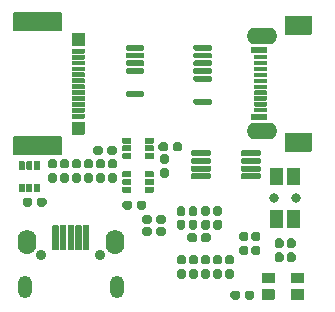
<source format=gts>
%TF.GenerationSoftware,KiCad,Pcbnew,(5.1.7)-1*%
%TF.CreationDate,2021-02-13T17:52:44+01:00*%
%TF.ProjectId,twonkie,74776f6e-6b69-4652-9e6b-696361645f70,rev?*%
%TF.SameCoordinates,PX448d510PY20b3950*%
%TF.FileFunction,Soldermask,Top*%
%TF.FilePolarity,Negative*%
%FSLAX46Y46*%
G04 Gerber Fmt 4.6, Leading zero omitted, Abs format (unit mm)*
G04 Created by KiCad (PCBNEW (5.1.7)-1) date 2021-02-13 17:52:44*
%MOMM*%
%LPD*%
G01*
G04 APERTURE LIST*
%ADD10O,2.601600X1.401600*%
%ADD11O,1.551600X2.101600*%
%ADD12O,1.251600X1.901600*%
%ADD13O,0.901600X0.901600*%
%ADD14C,0.801600*%
G04 APERTURE END LIST*
%TO.C,R27*%
G36*
G01*
X20886400Y-20881300D02*
X20515600Y-20881300D01*
G75*
G02*
X20330200Y-20695900I0J185400D01*
G01*
X20330200Y-20250100D01*
G75*
G02*
X20515600Y-20064700I185400J0D01*
G01*
X20886400Y-20064700D01*
G75*
G02*
X21071800Y-20250100I0J-185400D01*
G01*
X21071800Y-20695900D01*
G75*
G02*
X20886400Y-20881300I-185400J0D01*
G01*
G37*
G36*
G01*
X20886400Y-19686300D02*
X20515600Y-19686300D01*
G75*
G02*
X20330200Y-19500900I0J185400D01*
G01*
X20330200Y-19055100D01*
G75*
G02*
X20515600Y-18869700I185400J0D01*
G01*
X20886400Y-18869700D01*
G75*
G02*
X21071800Y-19055100I0J-185400D01*
G01*
X21071800Y-19500900D01*
G75*
G02*
X20886400Y-19686300I-185400J0D01*
G01*
G37*
%TD*%
%TO.C,J1*%
G36*
G01*
X21590000Y-8780800D02*
X20590000Y-8780800D01*
G75*
G02*
X20539200Y-8730000I0J50800D01*
G01*
X20539200Y-8470000D01*
G75*
G02*
X20590000Y-8419200I50800J0D01*
G01*
X21590000Y-8419200D01*
G75*
G02*
X21640800Y-8470000I0J-50800D01*
G01*
X21640800Y-8730000D01*
G75*
G02*
X21590000Y-8780800I-50800J0D01*
G01*
G37*
G36*
G01*
X21590000Y-8280800D02*
X20590000Y-8280800D01*
G75*
G02*
X20539200Y-8230000I0J50800D01*
G01*
X20539200Y-7970000D01*
G75*
G02*
X20590000Y-7919200I50800J0D01*
G01*
X21590000Y-7919200D01*
G75*
G02*
X21640800Y-7970000I0J-50800D01*
G01*
X21640800Y-8230000D01*
G75*
G02*
X21590000Y-8280800I-50800J0D01*
G01*
G37*
G36*
G01*
X21590000Y-7780800D02*
X20590000Y-7780800D01*
G75*
G02*
X20539200Y-7730000I0J50800D01*
G01*
X20539200Y-7470000D01*
G75*
G02*
X20590000Y-7419200I50800J0D01*
G01*
X21590000Y-7419200D01*
G75*
G02*
X21640800Y-7470000I0J-50800D01*
G01*
X21640800Y-7730000D01*
G75*
G02*
X21590000Y-7780800I-50800J0D01*
G01*
G37*
G36*
G01*
X21590000Y-7280800D02*
X20590000Y-7280800D01*
G75*
G02*
X20539200Y-7230000I0J50800D01*
G01*
X20539200Y-6970000D01*
G75*
G02*
X20590000Y-6919200I50800J0D01*
G01*
X21590000Y-6919200D01*
G75*
G02*
X21640800Y-6970000I0J-50800D01*
G01*
X21640800Y-7230000D01*
G75*
G02*
X21590000Y-7280800I-50800J0D01*
G01*
G37*
G36*
G01*
X21590000Y-6780800D02*
X20590000Y-6780800D01*
G75*
G02*
X20539200Y-6730000I0J50800D01*
G01*
X20539200Y-6470000D01*
G75*
G02*
X20590000Y-6419200I50800J0D01*
G01*
X21590000Y-6419200D01*
G75*
G02*
X21640800Y-6470000I0J-50800D01*
G01*
X21640800Y-6730000D01*
G75*
G02*
X21590000Y-6780800I-50800J0D01*
G01*
G37*
G36*
G01*
X21590000Y-6280800D02*
X20590000Y-6280800D01*
G75*
G02*
X20539200Y-6230000I0J50800D01*
G01*
X20539200Y-5970000D01*
G75*
G02*
X20590000Y-5919200I50800J0D01*
G01*
X21590000Y-5919200D01*
G75*
G02*
X21640800Y-5970000I0J-50800D01*
G01*
X21640800Y-6230000D01*
G75*
G02*
X21590000Y-6280800I-50800J0D01*
G01*
G37*
G36*
G01*
X21590000Y-5780800D02*
X20590000Y-5780800D01*
G75*
G02*
X20539200Y-5730000I0J50800D01*
G01*
X20539200Y-5470000D01*
G75*
G02*
X20590000Y-5419200I50800J0D01*
G01*
X21590000Y-5419200D01*
G75*
G02*
X21640800Y-5470000I0J-50800D01*
G01*
X21640800Y-5730000D01*
G75*
G02*
X21590000Y-5780800I-50800J0D01*
G01*
G37*
G36*
G01*
X21590000Y-5280800D02*
X20590000Y-5280800D01*
G75*
G02*
X20539200Y-5230000I0J50800D01*
G01*
X20539200Y-4970000D01*
G75*
G02*
X20590000Y-4919200I50800J0D01*
G01*
X21590000Y-4919200D01*
G75*
G02*
X21640800Y-4970000I0J-50800D01*
G01*
X21640800Y-5230000D01*
G75*
G02*
X21590000Y-5280800I-50800J0D01*
G01*
G37*
G36*
G01*
X21590000Y-4780800D02*
X20590000Y-4780800D01*
G75*
G02*
X20539200Y-4730000I0J50800D01*
G01*
X20539200Y-4470000D01*
G75*
G02*
X20590000Y-4419200I50800J0D01*
G01*
X21590000Y-4419200D01*
G75*
G02*
X21640800Y-4470000I0J-50800D01*
G01*
X21640800Y-4730000D01*
G75*
G02*
X21590000Y-4780800I-50800J0D01*
G01*
G37*
G36*
G01*
X21590000Y-4280800D02*
X20590000Y-4280800D01*
G75*
G02*
X20539200Y-4230000I0J50800D01*
G01*
X20539200Y-3970000D01*
G75*
G02*
X20590000Y-3919200I50800J0D01*
G01*
X21590000Y-3919200D01*
G75*
G02*
X21640800Y-3970000I0J-50800D01*
G01*
X21640800Y-4230000D01*
G75*
G02*
X21590000Y-4280800I-50800J0D01*
G01*
G37*
G36*
G01*
X21590000Y-9430800D02*
X20340000Y-9430800D01*
G75*
G02*
X20289200Y-9380000I0J50800D01*
G01*
X20289200Y-8970000D01*
G75*
G02*
X20340000Y-8919200I50800J0D01*
G01*
X21590000Y-8919200D01*
G75*
G02*
X21640800Y-8970000I0J-50800D01*
G01*
X21640800Y-9380000D01*
G75*
G02*
X21590000Y-9430800I-50800J0D01*
G01*
G37*
G36*
G01*
X21590000Y-3780800D02*
X20340000Y-3780800D01*
G75*
G02*
X20289200Y-3730000I0J50800D01*
G01*
X20289200Y-3320000D01*
G75*
G02*
X20340000Y-3269200I50800J0D01*
G01*
X21590000Y-3269200D01*
G75*
G02*
X21640800Y-3320000I0J-50800D01*
G01*
X21640800Y-3730000D01*
G75*
G02*
X21590000Y-3780800I-50800J0D01*
G01*
G37*
D10*
X21190000Y-10360000D03*
X21190000Y-2340000D03*
G36*
G01*
X25390000Y-12100800D02*
X23190000Y-12100800D01*
G75*
G02*
X23139200Y-12050000I0J50800D01*
G01*
X23139200Y-10550000D01*
G75*
G02*
X23190000Y-10499200I50800J0D01*
G01*
X25390000Y-10499200D01*
G75*
G02*
X25440800Y-10550000I0J-50800D01*
G01*
X25440800Y-12050000D01*
G75*
G02*
X25390000Y-12100800I-50800J0D01*
G01*
G37*
G36*
G01*
X25390000Y-2200800D02*
X23190000Y-2200800D01*
G75*
G02*
X23139200Y-2150000I0J50800D01*
G01*
X23139200Y-650000D01*
G75*
G02*
X23190000Y-599200I50800J0D01*
G01*
X25390000Y-599200D01*
G75*
G02*
X25440800Y-650000I0J-50800D01*
G01*
X25440800Y-2150000D01*
G75*
G02*
X25390000Y-2200800I-50800J0D01*
G01*
G37*
%TD*%
%TO.C,J3*%
G36*
G01*
X3453400Y-20390800D02*
X3453400Y-18390800D01*
G75*
G02*
X3504200Y-18340000I50800J0D01*
G01*
X3954200Y-18340000D01*
G75*
G02*
X4005000Y-18390800I0J-50800D01*
G01*
X4005000Y-20390800D01*
G75*
G02*
X3954200Y-20441600I-50800J0D01*
G01*
X3504200Y-20441600D01*
G75*
G02*
X3453400Y-20390800I0J50800D01*
G01*
G37*
G36*
G01*
X4103400Y-20390800D02*
X4103400Y-18390800D01*
G75*
G02*
X4154200Y-18340000I50800J0D01*
G01*
X4604200Y-18340000D01*
G75*
G02*
X4655000Y-18390800I0J-50800D01*
G01*
X4655000Y-20390800D01*
G75*
G02*
X4604200Y-20441600I-50800J0D01*
G01*
X4154200Y-20441600D01*
G75*
G02*
X4103400Y-20390800I0J50800D01*
G01*
G37*
G36*
G01*
X4753400Y-20390800D02*
X4753400Y-18390800D01*
G75*
G02*
X4804200Y-18340000I50800J0D01*
G01*
X5254200Y-18340000D01*
G75*
G02*
X5305000Y-18390800I0J-50800D01*
G01*
X5305000Y-20390800D01*
G75*
G02*
X5254200Y-20441600I-50800J0D01*
G01*
X4804200Y-20441600D01*
G75*
G02*
X4753400Y-20390800I0J50800D01*
G01*
G37*
G36*
G01*
X5403400Y-20390800D02*
X5403400Y-18390800D01*
G75*
G02*
X5454200Y-18340000I50800J0D01*
G01*
X5904200Y-18340000D01*
G75*
G02*
X5955000Y-18390800I0J-50800D01*
G01*
X5955000Y-20390800D01*
G75*
G02*
X5904200Y-20441600I-50800J0D01*
G01*
X5454200Y-20441600D01*
G75*
G02*
X5403400Y-20390800I0J50800D01*
G01*
G37*
G36*
G01*
X6053400Y-20390800D02*
X6053400Y-18390800D01*
G75*
G02*
X6104200Y-18340000I50800J0D01*
G01*
X6554200Y-18340000D01*
G75*
G02*
X6605000Y-18390800I0J-50800D01*
G01*
X6605000Y-20390800D01*
G75*
G02*
X6554200Y-20441600I-50800J0D01*
G01*
X6104200Y-20441600D01*
G75*
G02*
X6053400Y-20390800I0J50800D01*
G01*
G37*
D11*
X1304200Y-19790800D03*
X8754200Y-19790800D03*
D12*
X1154200Y-23590800D03*
X8904200Y-23590800D03*
D13*
X2529200Y-20840800D03*
X7529200Y-20840800D03*
%TD*%
%TO.C,R26*%
G36*
G01*
X11875800Y-17658100D02*
X11875800Y-18028900D01*
G75*
G02*
X11690400Y-18214300I-185400J0D01*
G01*
X11244600Y-18214300D01*
G75*
G02*
X11059200Y-18028900I0J185400D01*
G01*
X11059200Y-17658100D01*
G75*
G02*
X11244600Y-17472700I185400J0D01*
G01*
X11690400Y-17472700D01*
G75*
G02*
X11875800Y-17658100I0J-185400D01*
G01*
G37*
G36*
G01*
X13070800Y-17658100D02*
X13070800Y-18028900D01*
G75*
G02*
X12885400Y-18214300I-185400J0D01*
G01*
X12439600Y-18214300D01*
G75*
G02*
X12254200Y-18028900I0J185400D01*
G01*
X12254200Y-17658100D01*
G75*
G02*
X12439600Y-17472700I185400J0D01*
G01*
X12885400Y-17472700D01*
G75*
G02*
X13070800Y-17658100I0J-185400D01*
G01*
G37*
%TD*%
%TO.C,R25*%
G36*
G01*
X12254200Y-19044900D02*
X12254200Y-18674100D01*
G75*
G02*
X12439600Y-18488700I185400J0D01*
G01*
X12885400Y-18488700D01*
G75*
G02*
X13070800Y-18674100I0J-185400D01*
G01*
X13070800Y-19044900D01*
G75*
G02*
X12885400Y-19230300I-185400J0D01*
G01*
X12439600Y-19230300D01*
G75*
G02*
X12254200Y-19044900I0J185400D01*
G01*
G37*
G36*
G01*
X11059200Y-19044900D02*
X11059200Y-18674100D01*
G75*
G02*
X11244600Y-18488700I185400J0D01*
G01*
X11690400Y-18488700D01*
G75*
G02*
X11875800Y-18674100I0J-185400D01*
G01*
X11875800Y-19044900D01*
G75*
G02*
X11690400Y-19230300I-185400J0D01*
G01*
X11244600Y-19230300D01*
G75*
G02*
X11059200Y-19044900I0J185400D01*
G01*
G37*
%TD*%
%TO.C,R24*%
G36*
G01*
X23500100Y-20636200D02*
X23870900Y-20636200D01*
G75*
G02*
X24056300Y-20821600I0J-185400D01*
G01*
X24056300Y-21267400D01*
G75*
G02*
X23870900Y-21452800I-185400J0D01*
G01*
X23500100Y-21452800D01*
G75*
G02*
X23314700Y-21267400I0J185400D01*
G01*
X23314700Y-20821600D01*
G75*
G02*
X23500100Y-20636200I185400J0D01*
G01*
G37*
G36*
G01*
X23500100Y-19441200D02*
X23870900Y-19441200D01*
G75*
G02*
X24056300Y-19626600I0J-185400D01*
G01*
X24056300Y-20072400D01*
G75*
G02*
X23870900Y-20257800I-185400J0D01*
G01*
X23500100Y-20257800D01*
G75*
G02*
X23314700Y-20072400I0J185400D01*
G01*
X23314700Y-19626600D01*
G75*
G02*
X23500100Y-19441200I185400J0D01*
G01*
G37*
%TD*%
%TO.C,U2*%
G36*
G01*
X16985800Y-7737600D02*
X16985800Y-7988400D01*
G75*
G02*
X16860400Y-8113800I-125400J0D01*
G01*
X15534600Y-8113800D01*
G75*
G02*
X15409200Y-7988400I0J125400D01*
G01*
X15409200Y-7737600D01*
G75*
G02*
X15534600Y-7612200I125400J0D01*
G01*
X16860400Y-7612200D01*
G75*
G02*
X16985800Y-7737600I0J-125400D01*
G01*
G37*
G36*
G01*
X16985800Y-5787600D02*
X16985800Y-6038400D01*
G75*
G02*
X16860400Y-6163800I-125400J0D01*
G01*
X15534600Y-6163800D01*
G75*
G02*
X15409200Y-6038400I0J125400D01*
G01*
X15409200Y-5787600D01*
G75*
G02*
X15534600Y-5662200I125400J0D01*
G01*
X16860400Y-5662200D01*
G75*
G02*
X16985800Y-5787600I0J-125400D01*
G01*
G37*
G36*
G01*
X16985800Y-5137600D02*
X16985800Y-5388400D01*
G75*
G02*
X16860400Y-5513800I-125400J0D01*
G01*
X15534600Y-5513800D01*
G75*
G02*
X15409200Y-5388400I0J125400D01*
G01*
X15409200Y-5137600D01*
G75*
G02*
X15534600Y-5012200I125400J0D01*
G01*
X16860400Y-5012200D01*
G75*
G02*
X16985800Y-5137600I0J-125400D01*
G01*
G37*
G36*
G01*
X16985800Y-4487600D02*
X16985800Y-4738400D01*
G75*
G02*
X16860400Y-4863800I-125400J0D01*
G01*
X15534600Y-4863800D01*
G75*
G02*
X15409200Y-4738400I0J125400D01*
G01*
X15409200Y-4487600D01*
G75*
G02*
X15534600Y-4362200I125400J0D01*
G01*
X16860400Y-4362200D01*
G75*
G02*
X16985800Y-4487600I0J-125400D01*
G01*
G37*
G36*
G01*
X16985800Y-3837600D02*
X16985800Y-4088400D01*
G75*
G02*
X16860400Y-4213800I-125400J0D01*
G01*
X15534600Y-4213800D01*
G75*
G02*
X15409200Y-4088400I0J125400D01*
G01*
X15409200Y-3837600D01*
G75*
G02*
X15534600Y-3712200I125400J0D01*
G01*
X16860400Y-3712200D01*
G75*
G02*
X16985800Y-3837600I0J-125400D01*
G01*
G37*
G36*
G01*
X16985800Y-3187600D02*
X16985800Y-3438400D01*
G75*
G02*
X16860400Y-3563800I-125400J0D01*
G01*
X15534600Y-3563800D01*
G75*
G02*
X15409200Y-3438400I0J125400D01*
G01*
X15409200Y-3187600D01*
G75*
G02*
X15534600Y-3062200I125400J0D01*
G01*
X16860400Y-3062200D01*
G75*
G02*
X16985800Y-3187600I0J-125400D01*
G01*
G37*
G36*
G01*
X11260800Y-3187600D02*
X11260800Y-3438400D01*
G75*
G02*
X11135400Y-3563800I-125400J0D01*
G01*
X9809600Y-3563800D01*
G75*
G02*
X9684200Y-3438400I0J125400D01*
G01*
X9684200Y-3187600D01*
G75*
G02*
X9809600Y-3062200I125400J0D01*
G01*
X11135400Y-3062200D01*
G75*
G02*
X11260800Y-3187600I0J-125400D01*
G01*
G37*
G36*
G01*
X11260800Y-3837600D02*
X11260800Y-4088400D01*
G75*
G02*
X11135400Y-4213800I-125400J0D01*
G01*
X9809600Y-4213800D01*
G75*
G02*
X9684200Y-4088400I0J125400D01*
G01*
X9684200Y-3837600D01*
G75*
G02*
X9809600Y-3712200I125400J0D01*
G01*
X11135400Y-3712200D01*
G75*
G02*
X11260800Y-3837600I0J-125400D01*
G01*
G37*
G36*
G01*
X11260800Y-4487600D02*
X11260800Y-4738400D01*
G75*
G02*
X11135400Y-4863800I-125400J0D01*
G01*
X9809600Y-4863800D01*
G75*
G02*
X9684200Y-4738400I0J125400D01*
G01*
X9684200Y-4487600D01*
G75*
G02*
X9809600Y-4362200I125400J0D01*
G01*
X11135400Y-4362200D01*
G75*
G02*
X11260800Y-4487600I0J-125400D01*
G01*
G37*
G36*
G01*
X11260800Y-5137600D02*
X11260800Y-5388400D01*
G75*
G02*
X11135400Y-5513800I-125400J0D01*
G01*
X9809600Y-5513800D01*
G75*
G02*
X9684200Y-5388400I0J125400D01*
G01*
X9684200Y-5137600D01*
G75*
G02*
X9809600Y-5012200I125400J0D01*
G01*
X11135400Y-5012200D01*
G75*
G02*
X11260800Y-5137600I0J-125400D01*
G01*
G37*
G36*
G01*
X11260800Y-7087600D02*
X11260800Y-7338400D01*
G75*
G02*
X11135400Y-7463800I-125400J0D01*
G01*
X9809600Y-7463800D01*
G75*
G02*
X9684200Y-7338400I0J125400D01*
G01*
X9684200Y-7087600D01*
G75*
G02*
X9809600Y-6962200I125400J0D01*
G01*
X11135400Y-6962200D01*
G75*
G02*
X11260800Y-7087600I0J-125400D01*
G01*
G37*
%TD*%
%TO.C,J2*%
G36*
G01*
X215000Y-10799200D02*
X4215000Y-10799200D01*
G75*
G02*
X4265800Y-10850000I0J-50800D01*
G01*
X4265800Y-12350000D01*
G75*
G02*
X4215000Y-12400800I-50800J0D01*
G01*
X215000Y-12400800D01*
G75*
G02*
X164200Y-12350000I0J50800D01*
G01*
X164200Y-10850000D01*
G75*
G02*
X215000Y-10799200I50800J0D01*
G01*
G37*
G36*
G01*
X215000Y-299200D02*
X4215000Y-299200D01*
G75*
G02*
X4265800Y-350000I0J-50800D01*
G01*
X4265800Y-1850000D01*
G75*
G02*
X4215000Y-1900800I-50800J0D01*
G01*
X215000Y-1900800D01*
G75*
G02*
X164200Y-1850000I0J50800D01*
G01*
X164200Y-350000D01*
G75*
G02*
X215000Y-299200I50800J0D01*
G01*
G37*
G36*
G01*
X5175000Y-8899200D02*
X6175000Y-8899200D01*
G75*
G02*
X6225800Y-8950000I0J-50800D01*
G01*
X6225800Y-9250000D01*
G75*
G02*
X6175000Y-9300800I-50800J0D01*
G01*
X5175000Y-9300800D01*
G75*
G02*
X5124200Y-9250000I0J50800D01*
G01*
X5124200Y-8950000D01*
G75*
G02*
X5175000Y-8899200I50800J0D01*
G01*
G37*
G36*
G01*
X5175000Y-8399200D02*
X6175000Y-8399200D01*
G75*
G02*
X6225800Y-8450000I0J-50800D01*
G01*
X6225800Y-8750000D01*
G75*
G02*
X6175000Y-8800800I-50800J0D01*
G01*
X5175000Y-8800800D01*
G75*
G02*
X5124200Y-8750000I0J50800D01*
G01*
X5124200Y-8450000D01*
G75*
G02*
X5175000Y-8399200I50800J0D01*
G01*
G37*
G36*
G01*
X5175000Y-7899200D02*
X6175000Y-7899200D01*
G75*
G02*
X6225800Y-7950000I0J-50800D01*
G01*
X6225800Y-8250000D01*
G75*
G02*
X6175000Y-8300800I-50800J0D01*
G01*
X5175000Y-8300800D01*
G75*
G02*
X5124200Y-8250000I0J50800D01*
G01*
X5124200Y-7950000D01*
G75*
G02*
X5175000Y-7899200I50800J0D01*
G01*
G37*
G36*
G01*
X5175000Y-7399200D02*
X6175000Y-7399200D01*
G75*
G02*
X6225800Y-7450000I0J-50800D01*
G01*
X6225800Y-7750000D01*
G75*
G02*
X6175000Y-7800800I-50800J0D01*
G01*
X5175000Y-7800800D01*
G75*
G02*
X5124200Y-7750000I0J50800D01*
G01*
X5124200Y-7450000D01*
G75*
G02*
X5175000Y-7399200I50800J0D01*
G01*
G37*
G36*
G01*
X5175000Y-6899200D02*
X6175000Y-6899200D01*
G75*
G02*
X6225800Y-6950000I0J-50800D01*
G01*
X6225800Y-7250000D01*
G75*
G02*
X6175000Y-7300800I-50800J0D01*
G01*
X5175000Y-7300800D01*
G75*
G02*
X5124200Y-7250000I0J50800D01*
G01*
X5124200Y-6950000D01*
G75*
G02*
X5175000Y-6899200I50800J0D01*
G01*
G37*
G36*
G01*
X5175000Y-6399200D02*
X6175000Y-6399200D01*
G75*
G02*
X6225800Y-6450000I0J-50800D01*
G01*
X6225800Y-6750000D01*
G75*
G02*
X6175000Y-6800800I-50800J0D01*
G01*
X5175000Y-6800800D01*
G75*
G02*
X5124200Y-6750000I0J50800D01*
G01*
X5124200Y-6450000D01*
G75*
G02*
X5175000Y-6399200I50800J0D01*
G01*
G37*
G36*
G01*
X5175000Y-5899200D02*
X6175000Y-5899200D01*
G75*
G02*
X6225800Y-5950000I0J-50800D01*
G01*
X6225800Y-6250000D01*
G75*
G02*
X6175000Y-6300800I-50800J0D01*
G01*
X5175000Y-6300800D01*
G75*
G02*
X5124200Y-6250000I0J50800D01*
G01*
X5124200Y-5950000D01*
G75*
G02*
X5175000Y-5899200I50800J0D01*
G01*
G37*
G36*
G01*
X5175000Y-5399200D02*
X6175000Y-5399200D01*
G75*
G02*
X6225800Y-5450000I0J-50800D01*
G01*
X6225800Y-5750000D01*
G75*
G02*
X6175000Y-5800800I-50800J0D01*
G01*
X5175000Y-5800800D01*
G75*
G02*
X5124200Y-5750000I0J50800D01*
G01*
X5124200Y-5450000D01*
G75*
G02*
X5175000Y-5399200I50800J0D01*
G01*
G37*
G36*
G01*
X5175000Y-4899200D02*
X6175000Y-4899200D01*
G75*
G02*
X6225800Y-4950000I0J-50800D01*
G01*
X6225800Y-5250000D01*
G75*
G02*
X6175000Y-5300800I-50800J0D01*
G01*
X5175000Y-5300800D01*
G75*
G02*
X5124200Y-5250000I0J50800D01*
G01*
X5124200Y-4950000D01*
G75*
G02*
X5175000Y-4899200I50800J0D01*
G01*
G37*
G36*
G01*
X5175000Y-4399200D02*
X6175000Y-4399200D01*
G75*
G02*
X6225800Y-4450000I0J-50800D01*
G01*
X6225800Y-4750000D01*
G75*
G02*
X6175000Y-4800800I-50800J0D01*
G01*
X5175000Y-4800800D01*
G75*
G02*
X5124200Y-4750000I0J50800D01*
G01*
X5124200Y-4450000D01*
G75*
G02*
X5175000Y-4399200I50800J0D01*
G01*
G37*
G36*
G01*
X5175000Y-3899200D02*
X6175000Y-3899200D01*
G75*
G02*
X6225800Y-3950000I0J-50800D01*
G01*
X6225800Y-4250000D01*
G75*
G02*
X6175000Y-4300800I-50800J0D01*
G01*
X5175000Y-4300800D01*
G75*
G02*
X5124200Y-4250000I0J50800D01*
G01*
X5124200Y-3950000D01*
G75*
G02*
X5175000Y-3899200I50800J0D01*
G01*
G37*
G36*
G01*
X5175000Y-3399200D02*
X6175000Y-3399200D01*
G75*
G02*
X6225800Y-3450000I0J-50800D01*
G01*
X6225800Y-3750000D01*
G75*
G02*
X6175000Y-3800800I-50800J0D01*
G01*
X5175000Y-3800800D01*
G75*
G02*
X5124200Y-3750000I0J50800D01*
G01*
X5124200Y-3450000D01*
G75*
G02*
X5175000Y-3399200I50800J0D01*
G01*
G37*
G36*
G01*
X5175000Y-2049200D02*
X6175000Y-2049200D01*
G75*
G02*
X6225800Y-2100000I0J-50800D01*
G01*
X6225800Y-3100000D01*
G75*
G02*
X6175000Y-3150800I-50800J0D01*
G01*
X5175000Y-3150800D01*
G75*
G02*
X5124200Y-3100000I0J50800D01*
G01*
X5124200Y-2100000D01*
G75*
G02*
X5175000Y-2049200I50800J0D01*
G01*
G37*
G36*
G01*
X5175000Y-9549200D02*
X6175000Y-9549200D01*
G75*
G02*
X6225800Y-9600000I0J-50800D01*
G01*
X6225800Y-10600000D01*
G75*
G02*
X6175000Y-10650800I-50800J0D01*
G01*
X5175000Y-10650800D01*
G75*
G02*
X5124200Y-10600000I0J50800D01*
G01*
X5124200Y-9600000D01*
G75*
G02*
X5175000Y-9549200I50800J0D01*
G01*
G37*
%TD*%
%TO.C,Q3*%
G36*
G01*
X11305700Y-11361000D02*
X11305700Y-10961000D01*
G75*
G02*
X11356500Y-10910200I50800J0D01*
G01*
X12006500Y-10910200D01*
G75*
G02*
X12057300Y-10961000I0J-50800D01*
G01*
X12057300Y-11361000D01*
G75*
G02*
X12006500Y-11411800I-50800J0D01*
G01*
X11356500Y-11411800D01*
G75*
G02*
X11305700Y-11361000I0J50800D01*
G01*
G37*
G36*
G01*
X11305700Y-12661000D02*
X11305700Y-12261000D01*
G75*
G02*
X11356500Y-12210200I50800J0D01*
G01*
X12006500Y-12210200D01*
G75*
G02*
X12057300Y-12261000I0J-50800D01*
G01*
X12057300Y-12661000D01*
G75*
G02*
X12006500Y-12711800I-50800J0D01*
G01*
X11356500Y-12711800D01*
G75*
G02*
X11305700Y-12661000I0J50800D01*
G01*
G37*
G36*
G01*
X9405700Y-12011000D02*
X9405700Y-11611000D01*
G75*
G02*
X9456500Y-11560200I50800J0D01*
G01*
X10106500Y-11560200D01*
G75*
G02*
X10157300Y-11611000I0J-50800D01*
G01*
X10157300Y-12011000D01*
G75*
G02*
X10106500Y-12061800I-50800J0D01*
G01*
X9456500Y-12061800D01*
G75*
G02*
X9405700Y-12011000I0J50800D01*
G01*
G37*
G36*
G01*
X11305700Y-12011000D02*
X11305700Y-11611000D01*
G75*
G02*
X11356500Y-11560200I50800J0D01*
G01*
X12006500Y-11560200D01*
G75*
G02*
X12057300Y-11611000I0J-50800D01*
G01*
X12057300Y-12011000D01*
G75*
G02*
X12006500Y-12061800I-50800J0D01*
G01*
X11356500Y-12061800D01*
G75*
G02*
X11305700Y-12011000I0J50800D01*
G01*
G37*
G36*
G01*
X9405700Y-12661000D02*
X9405700Y-12261000D01*
G75*
G02*
X9456500Y-12210200I50800J0D01*
G01*
X10106500Y-12210200D01*
G75*
G02*
X10157300Y-12261000I0J-50800D01*
G01*
X10157300Y-12661000D01*
G75*
G02*
X10106500Y-12711800I-50800J0D01*
G01*
X9456500Y-12711800D01*
G75*
G02*
X9405700Y-12661000I0J50800D01*
G01*
G37*
G36*
G01*
X9405700Y-11361000D02*
X9405700Y-10961000D01*
G75*
G02*
X9456500Y-10910200I50800J0D01*
G01*
X10106500Y-10910200D01*
G75*
G02*
X10157300Y-10961000I0J-50800D01*
G01*
X10157300Y-11361000D01*
G75*
G02*
X10106500Y-11411800I-50800J0D01*
G01*
X9456500Y-11411800D01*
G75*
G02*
X9405700Y-11361000I0J50800D01*
G01*
G37*
%TD*%
%TO.C,C2*%
G36*
G01*
X15547400Y-17567300D02*
X15186600Y-17567300D01*
G75*
G02*
X15006200Y-17386900I0J180400D01*
G01*
X15006200Y-16911100D01*
G75*
G02*
X15186600Y-16730700I180400J0D01*
G01*
X15547400Y-16730700D01*
G75*
G02*
X15727800Y-16911100I0J-180400D01*
G01*
X15727800Y-17386900D01*
G75*
G02*
X15547400Y-17567300I-180400J0D01*
G01*
G37*
G36*
G01*
X15547400Y-18702300D02*
X15186600Y-18702300D01*
G75*
G02*
X15006200Y-18521900I0J180400D01*
G01*
X15006200Y-18046100D01*
G75*
G02*
X15186600Y-17865700I180400J0D01*
G01*
X15547400Y-17865700D01*
G75*
G02*
X15727800Y-18046100I0J-180400D01*
G01*
X15727800Y-18521900D01*
G75*
G02*
X15547400Y-18702300I-180400J0D01*
G01*
G37*
%TD*%
%TO.C,C4*%
G36*
G01*
X14531400Y-17567300D02*
X14170600Y-17567300D01*
G75*
G02*
X13990200Y-17386900I0J180400D01*
G01*
X13990200Y-16911100D01*
G75*
G02*
X14170600Y-16730700I180400J0D01*
G01*
X14531400Y-16730700D01*
G75*
G02*
X14711800Y-16911100I0J-180400D01*
G01*
X14711800Y-17386900D01*
G75*
G02*
X14531400Y-17567300I-180400J0D01*
G01*
G37*
G36*
G01*
X14531400Y-18702300D02*
X14170600Y-18702300D01*
G75*
G02*
X13990200Y-18521900I0J180400D01*
G01*
X13990200Y-18046100D01*
G75*
G02*
X14170600Y-17865700I180400J0D01*
G01*
X14531400Y-17865700D01*
G75*
G02*
X14711800Y-18046100I0J-180400D01*
G01*
X14711800Y-18521900D01*
G75*
G02*
X14531400Y-18702300I-180400J0D01*
G01*
G37*
%TD*%
%TO.C,R14*%
G36*
G01*
X2157700Y-16568400D02*
X2157700Y-16197600D01*
G75*
G02*
X2343100Y-16012200I185400J0D01*
G01*
X2788900Y-16012200D01*
G75*
G02*
X2974300Y-16197600I0J-185400D01*
G01*
X2974300Y-16568400D01*
G75*
G02*
X2788900Y-16753800I-185400J0D01*
G01*
X2343100Y-16753800D01*
G75*
G02*
X2157700Y-16568400I0J185400D01*
G01*
G37*
G36*
G01*
X962700Y-16568400D02*
X962700Y-16197600D01*
G75*
G02*
X1148100Y-16012200I185400J0D01*
G01*
X1593900Y-16012200D01*
G75*
G02*
X1779300Y-16197600I0J-185400D01*
G01*
X1779300Y-16568400D01*
G75*
G02*
X1593900Y-16753800I-185400J0D01*
G01*
X1148100Y-16753800D01*
G75*
G02*
X962700Y-16568400I0J185400D01*
G01*
G37*
%TD*%
%TO.C,R16*%
G36*
G01*
X13651200Y-11869400D02*
X13651200Y-11498600D01*
G75*
G02*
X13836600Y-11313200I185400J0D01*
G01*
X14282400Y-11313200D01*
G75*
G02*
X14467800Y-11498600I0J-185400D01*
G01*
X14467800Y-11869400D01*
G75*
G02*
X14282400Y-12054800I-185400J0D01*
G01*
X13836600Y-12054800D01*
G75*
G02*
X13651200Y-11869400I0J185400D01*
G01*
G37*
G36*
G01*
X12456200Y-11869400D02*
X12456200Y-11498600D01*
G75*
G02*
X12641600Y-11313200I185400J0D01*
G01*
X13087400Y-11313200D01*
G75*
G02*
X13272800Y-11498600I0J-185400D01*
G01*
X13272800Y-11869400D01*
G75*
G02*
X13087400Y-12054800I-185400J0D01*
G01*
X12641600Y-12054800D01*
G75*
G02*
X12456200Y-11869400I0J185400D01*
G01*
G37*
%TD*%
D14*
%TO.C,SW1*%
X24077500Y-16002000D03*
X22277500Y-16002000D03*
G36*
G01*
X24422500Y-18552800D02*
X23372500Y-18552800D01*
G75*
G02*
X23321700Y-18502000I0J50800D01*
G01*
X23321700Y-17102000D01*
G75*
G02*
X23372500Y-17051200I50800J0D01*
G01*
X24422500Y-17051200D01*
G75*
G02*
X24473300Y-17102000I0J-50800D01*
G01*
X24473300Y-18502000D01*
G75*
G02*
X24422500Y-18552800I-50800J0D01*
G01*
G37*
G36*
G01*
X24422500Y-14952800D02*
X23372500Y-14952800D01*
G75*
G02*
X23321700Y-14902000I0J50800D01*
G01*
X23321700Y-13502000D01*
G75*
G02*
X23372500Y-13451200I50800J0D01*
G01*
X24422500Y-13451200D01*
G75*
G02*
X24473300Y-13502000I0J-50800D01*
G01*
X24473300Y-14902000D01*
G75*
G02*
X24422500Y-14952800I-50800J0D01*
G01*
G37*
G36*
G01*
X22982500Y-18552800D02*
X21932500Y-18552800D01*
G75*
G02*
X21881700Y-18502000I0J50800D01*
G01*
X21881700Y-17102000D01*
G75*
G02*
X21932500Y-17051200I50800J0D01*
G01*
X22982500Y-17051200D01*
G75*
G02*
X23033300Y-17102000I0J-50800D01*
G01*
X23033300Y-18502000D01*
G75*
G02*
X22982500Y-18552800I-50800J0D01*
G01*
G37*
G36*
G01*
X22982500Y-14952800D02*
X21932500Y-14952800D01*
G75*
G02*
X21881700Y-14902000I0J50800D01*
G01*
X21881700Y-13502000D01*
G75*
G02*
X21932500Y-13451200I50800J0D01*
G01*
X22982500Y-13451200D01*
G75*
G02*
X23033300Y-13502000I0J-50800D01*
G01*
X23033300Y-14902000D01*
G75*
G02*
X22982500Y-14952800I-50800J0D01*
G01*
G37*
%TD*%
%TO.C,U5*%
G36*
G01*
X19410200Y-12358400D02*
X19410200Y-12107600D01*
G75*
G02*
X19535600Y-11982200I125400J0D01*
G01*
X21011400Y-11982200D01*
G75*
G02*
X21136800Y-12107600I0J-125400D01*
G01*
X21136800Y-12358400D01*
G75*
G02*
X21011400Y-12483800I-125400J0D01*
G01*
X19535600Y-12483800D01*
G75*
G02*
X19410200Y-12358400I0J125400D01*
G01*
G37*
G36*
G01*
X19410200Y-13008400D02*
X19410200Y-12757600D01*
G75*
G02*
X19535600Y-12632200I125400J0D01*
G01*
X21011400Y-12632200D01*
G75*
G02*
X21136800Y-12757600I0J-125400D01*
G01*
X21136800Y-13008400D01*
G75*
G02*
X21011400Y-13133800I-125400J0D01*
G01*
X19535600Y-13133800D01*
G75*
G02*
X19410200Y-13008400I0J125400D01*
G01*
G37*
G36*
G01*
X19410200Y-13658400D02*
X19410200Y-13407600D01*
G75*
G02*
X19535600Y-13282200I125400J0D01*
G01*
X21011400Y-13282200D01*
G75*
G02*
X21136800Y-13407600I0J-125400D01*
G01*
X21136800Y-13658400D01*
G75*
G02*
X21011400Y-13783800I-125400J0D01*
G01*
X19535600Y-13783800D01*
G75*
G02*
X19410200Y-13658400I0J125400D01*
G01*
G37*
G36*
G01*
X19410200Y-14308400D02*
X19410200Y-14057600D01*
G75*
G02*
X19535600Y-13932200I125400J0D01*
G01*
X21011400Y-13932200D01*
G75*
G02*
X21136800Y-14057600I0J-125400D01*
G01*
X21136800Y-14308400D01*
G75*
G02*
X21011400Y-14433800I-125400J0D01*
G01*
X19535600Y-14433800D01*
G75*
G02*
X19410200Y-14308400I0J125400D01*
G01*
G37*
G36*
G01*
X15185200Y-14308400D02*
X15185200Y-14057600D01*
G75*
G02*
X15310600Y-13932200I125400J0D01*
G01*
X16786400Y-13932200D01*
G75*
G02*
X16911800Y-14057600I0J-125400D01*
G01*
X16911800Y-14308400D01*
G75*
G02*
X16786400Y-14433800I-125400J0D01*
G01*
X15310600Y-14433800D01*
G75*
G02*
X15185200Y-14308400I0J125400D01*
G01*
G37*
G36*
G01*
X15185200Y-13658400D02*
X15185200Y-13407600D01*
G75*
G02*
X15310600Y-13282200I125400J0D01*
G01*
X16786400Y-13282200D01*
G75*
G02*
X16911800Y-13407600I0J-125400D01*
G01*
X16911800Y-13658400D01*
G75*
G02*
X16786400Y-13783800I-125400J0D01*
G01*
X15310600Y-13783800D01*
G75*
G02*
X15185200Y-13658400I0J125400D01*
G01*
G37*
G36*
G01*
X15185200Y-13008400D02*
X15185200Y-12757600D01*
G75*
G02*
X15310600Y-12632200I125400J0D01*
G01*
X16786400Y-12632200D01*
G75*
G02*
X16911800Y-12757600I0J-125400D01*
G01*
X16911800Y-13008400D01*
G75*
G02*
X16786400Y-13133800I-125400J0D01*
G01*
X15310600Y-13133800D01*
G75*
G02*
X15185200Y-13008400I0J125400D01*
G01*
G37*
G36*
G01*
X15185200Y-12358400D02*
X15185200Y-12107600D01*
G75*
G02*
X15310600Y-11982200I125400J0D01*
G01*
X16786400Y-11982200D01*
G75*
G02*
X16911800Y-12107600I0J-125400D01*
G01*
X16911800Y-12358400D01*
G75*
G02*
X16786400Y-12483800I-125400J0D01*
G01*
X15310600Y-12483800D01*
G75*
G02*
X15185200Y-12358400I0J125400D01*
G01*
G37*
%TD*%
%TO.C,R23*%
G36*
G01*
X12768600Y-13524200D02*
X13139400Y-13524200D01*
G75*
G02*
X13324800Y-13709600I0J-185400D01*
G01*
X13324800Y-14155400D01*
G75*
G02*
X13139400Y-14340800I-185400J0D01*
G01*
X12768600Y-14340800D01*
G75*
G02*
X12583200Y-14155400I0J185400D01*
G01*
X12583200Y-13709600D01*
G75*
G02*
X12768600Y-13524200I185400J0D01*
G01*
G37*
G36*
G01*
X12768600Y-12329200D02*
X13139400Y-12329200D01*
G75*
G02*
X13324800Y-12514600I0J-185400D01*
G01*
X13324800Y-12960400D01*
G75*
G02*
X13139400Y-13145800I-185400J0D01*
G01*
X12768600Y-13145800D01*
G75*
G02*
X12583200Y-12960400I0J185400D01*
G01*
X12583200Y-12514600D01*
G75*
G02*
X12768600Y-12329200I185400J0D01*
G01*
G37*
%TD*%
%TO.C,R22*%
G36*
G01*
X10224800Y-16451600D02*
X10224800Y-16822400D01*
G75*
G02*
X10039400Y-17007800I-185400J0D01*
G01*
X9593600Y-17007800D01*
G75*
G02*
X9408200Y-16822400I0J185400D01*
G01*
X9408200Y-16451600D01*
G75*
G02*
X9593600Y-16266200I185400J0D01*
G01*
X10039400Y-16266200D01*
G75*
G02*
X10224800Y-16451600I0J-185400D01*
G01*
G37*
G36*
G01*
X11419800Y-16451600D02*
X11419800Y-16822400D01*
G75*
G02*
X11234400Y-17007800I-185400J0D01*
G01*
X10788600Y-17007800D01*
G75*
G02*
X10603200Y-16822400I0J185400D01*
G01*
X10603200Y-16451600D01*
G75*
G02*
X10788600Y-16266200I185400J0D01*
G01*
X11234400Y-16266200D01*
G75*
G02*
X11419800Y-16451600I0J-185400D01*
G01*
G37*
%TD*%
%TO.C,R21*%
G36*
G01*
X18293100Y-22033200D02*
X18663900Y-22033200D01*
G75*
G02*
X18849300Y-22218600I0J-185400D01*
G01*
X18849300Y-22664400D01*
G75*
G02*
X18663900Y-22849800I-185400J0D01*
G01*
X18293100Y-22849800D01*
G75*
G02*
X18107700Y-22664400I0J185400D01*
G01*
X18107700Y-22218600D01*
G75*
G02*
X18293100Y-22033200I185400J0D01*
G01*
G37*
G36*
G01*
X18293100Y-20838200D02*
X18663900Y-20838200D01*
G75*
G02*
X18849300Y-21023600I0J-185400D01*
G01*
X18849300Y-21469400D01*
G75*
G02*
X18663900Y-21654800I-185400J0D01*
G01*
X18293100Y-21654800D01*
G75*
G02*
X18107700Y-21469400I0J185400D01*
G01*
X18107700Y-21023600D01*
G75*
G02*
X18293100Y-20838200I185400J0D01*
G01*
G37*
%TD*%
%TO.C,R20*%
G36*
G01*
X17277100Y-22033200D02*
X17647900Y-22033200D01*
G75*
G02*
X17833300Y-22218600I0J-185400D01*
G01*
X17833300Y-22664400D01*
G75*
G02*
X17647900Y-22849800I-185400J0D01*
G01*
X17277100Y-22849800D01*
G75*
G02*
X17091700Y-22664400I0J185400D01*
G01*
X17091700Y-22218600D01*
G75*
G02*
X17277100Y-22033200I185400J0D01*
G01*
G37*
G36*
G01*
X17277100Y-20838200D02*
X17647900Y-20838200D01*
G75*
G02*
X17833300Y-21023600I0J-185400D01*
G01*
X17833300Y-21469400D01*
G75*
G02*
X17647900Y-21654800I-185400J0D01*
G01*
X17277100Y-21654800D01*
G75*
G02*
X17091700Y-21469400I0J185400D01*
G01*
X17091700Y-21023600D01*
G75*
G02*
X17277100Y-20838200I185400J0D01*
G01*
G37*
%TD*%
%TO.C,R19*%
G36*
G01*
X16261100Y-22033200D02*
X16631900Y-22033200D01*
G75*
G02*
X16817300Y-22218600I0J-185400D01*
G01*
X16817300Y-22664400D01*
G75*
G02*
X16631900Y-22849800I-185400J0D01*
G01*
X16261100Y-22849800D01*
G75*
G02*
X16075700Y-22664400I0J185400D01*
G01*
X16075700Y-22218600D01*
G75*
G02*
X16261100Y-22033200I185400J0D01*
G01*
G37*
G36*
G01*
X16261100Y-20838200D02*
X16631900Y-20838200D01*
G75*
G02*
X16817300Y-21023600I0J-185400D01*
G01*
X16817300Y-21469400D01*
G75*
G02*
X16631900Y-21654800I-185400J0D01*
G01*
X16261100Y-21654800D01*
G75*
G02*
X16075700Y-21469400I0J185400D01*
G01*
X16075700Y-21023600D01*
G75*
G02*
X16261100Y-20838200I185400J0D01*
G01*
G37*
%TD*%
%TO.C,R18*%
G36*
G01*
X15245100Y-22033200D02*
X15615900Y-22033200D01*
G75*
G02*
X15801300Y-22218600I0J-185400D01*
G01*
X15801300Y-22664400D01*
G75*
G02*
X15615900Y-22849800I-185400J0D01*
G01*
X15245100Y-22849800D01*
G75*
G02*
X15059700Y-22664400I0J185400D01*
G01*
X15059700Y-22218600D01*
G75*
G02*
X15245100Y-22033200I185400J0D01*
G01*
G37*
G36*
G01*
X15245100Y-20838200D02*
X15615900Y-20838200D01*
G75*
G02*
X15801300Y-21023600I0J-185400D01*
G01*
X15801300Y-21469400D01*
G75*
G02*
X15615900Y-21654800I-185400J0D01*
G01*
X15245100Y-21654800D01*
G75*
G02*
X15059700Y-21469400I0J185400D01*
G01*
X15059700Y-21023600D01*
G75*
G02*
X15245100Y-20838200I185400J0D01*
G01*
G37*
%TD*%
%TO.C,R17*%
G36*
G01*
X14229100Y-22033200D02*
X14599900Y-22033200D01*
G75*
G02*
X14785300Y-22218600I0J-185400D01*
G01*
X14785300Y-22664400D01*
G75*
G02*
X14599900Y-22849800I-185400J0D01*
G01*
X14229100Y-22849800D01*
G75*
G02*
X14043700Y-22664400I0J185400D01*
G01*
X14043700Y-22218600D01*
G75*
G02*
X14229100Y-22033200I185400J0D01*
G01*
G37*
G36*
G01*
X14229100Y-20838200D02*
X14599900Y-20838200D01*
G75*
G02*
X14785300Y-21023600I0J-185400D01*
G01*
X14785300Y-21469400D01*
G75*
G02*
X14599900Y-21654800I-185400J0D01*
G01*
X14229100Y-21654800D01*
G75*
G02*
X14043700Y-21469400I0J185400D01*
G01*
X14043700Y-21023600D01*
G75*
G02*
X14229100Y-20838200I185400J0D01*
G01*
G37*
%TD*%
%TO.C,R15*%
G36*
G01*
X3307100Y-13905200D02*
X3677900Y-13905200D01*
G75*
G02*
X3863300Y-14090600I0J-185400D01*
G01*
X3863300Y-14536400D01*
G75*
G02*
X3677900Y-14721800I-185400J0D01*
G01*
X3307100Y-14721800D01*
G75*
G02*
X3121700Y-14536400I0J185400D01*
G01*
X3121700Y-14090600D01*
G75*
G02*
X3307100Y-13905200I185400J0D01*
G01*
G37*
G36*
G01*
X3307100Y-12710200D02*
X3677900Y-12710200D01*
G75*
G02*
X3863300Y-12895600I0J-185400D01*
G01*
X3863300Y-13341400D01*
G75*
G02*
X3677900Y-13526800I-185400J0D01*
G01*
X3307100Y-13526800D01*
G75*
G02*
X3121700Y-13341400I0J185400D01*
G01*
X3121700Y-12895600D01*
G75*
G02*
X3307100Y-12710200I185400J0D01*
G01*
G37*
%TD*%
%TO.C,R13*%
G36*
G01*
X4693900Y-13526800D02*
X4323100Y-13526800D01*
G75*
G02*
X4137700Y-13341400I0J185400D01*
G01*
X4137700Y-12895600D01*
G75*
G02*
X4323100Y-12710200I185400J0D01*
G01*
X4693900Y-12710200D01*
G75*
G02*
X4879300Y-12895600I0J-185400D01*
G01*
X4879300Y-13341400D01*
G75*
G02*
X4693900Y-13526800I-185400J0D01*
G01*
G37*
G36*
G01*
X4693900Y-14721800D02*
X4323100Y-14721800D01*
G75*
G02*
X4137700Y-14536400I0J185400D01*
G01*
X4137700Y-14090600D01*
G75*
G02*
X4323100Y-13905200I185400J0D01*
G01*
X4693900Y-13905200D01*
G75*
G02*
X4879300Y-14090600I0J-185400D01*
G01*
X4879300Y-14536400D01*
G75*
G02*
X4693900Y-14721800I-185400J0D01*
G01*
G37*
%TD*%
%TO.C,R12*%
G36*
G01*
X5709900Y-13526800D02*
X5339100Y-13526800D01*
G75*
G02*
X5153700Y-13341400I0J185400D01*
G01*
X5153700Y-12895600D01*
G75*
G02*
X5339100Y-12710200I185400J0D01*
G01*
X5709900Y-12710200D01*
G75*
G02*
X5895300Y-12895600I0J-185400D01*
G01*
X5895300Y-13341400D01*
G75*
G02*
X5709900Y-13526800I-185400J0D01*
G01*
G37*
G36*
G01*
X5709900Y-14721800D02*
X5339100Y-14721800D01*
G75*
G02*
X5153700Y-14536400I0J185400D01*
G01*
X5153700Y-14090600D01*
G75*
G02*
X5339100Y-13905200I185400J0D01*
G01*
X5709900Y-13905200D01*
G75*
G02*
X5895300Y-14090600I0J-185400D01*
G01*
X5895300Y-14536400D01*
G75*
G02*
X5709900Y-14721800I-185400J0D01*
G01*
G37*
%TD*%
%TO.C,R11*%
G36*
G01*
X6725900Y-13526800D02*
X6355100Y-13526800D01*
G75*
G02*
X6169700Y-13341400I0J185400D01*
G01*
X6169700Y-12895600D01*
G75*
G02*
X6355100Y-12710200I185400J0D01*
G01*
X6725900Y-12710200D01*
G75*
G02*
X6911300Y-12895600I0J-185400D01*
G01*
X6911300Y-13341400D01*
G75*
G02*
X6725900Y-13526800I-185400J0D01*
G01*
G37*
G36*
G01*
X6725900Y-14721800D02*
X6355100Y-14721800D01*
G75*
G02*
X6169700Y-14536400I0J185400D01*
G01*
X6169700Y-14090600D01*
G75*
G02*
X6355100Y-13905200I185400J0D01*
G01*
X6725900Y-13905200D01*
G75*
G02*
X6911300Y-14090600I0J-185400D01*
G01*
X6911300Y-14536400D01*
G75*
G02*
X6725900Y-14721800I-185400J0D01*
G01*
G37*
%TD*%
%TO.C,R10*%
G36*
G01*
X7741900Y-13526800D02*
X7371100Y-13526800D01*
G75*
G02*
X7185700Y-13341400I0J185400D01*
G01*
X7185700Y-12895600D01*
G75*
G02*
X7371100Y-12710200I185400J0D01*
G01*
X7741900Y-12710200D01*
G75*
G02*
X7927300Y-12895600I0J-185400D01*
G01*
X7927300Y-13341400D01*
G75*
G02*
X7741900Y-13526800I-185400J0D01*
G01*
G37*
G36*
G01*
X7741900Y-14721800D02*
X7371100Y-14721800D01*
G75*
G02*
X7185700Y-14536400I0J185400D01*
G01*
X7185700Y-14090600D01*
G75*
G02*
X7371100Y-13905200I185400J0D01*
G01*
X7741900Y-13905200D01*
G75*
G02*
X7927300Y-14090600I0J-185400D01*
G01*
X7927300Y-14536400D01*
G75*
G02*
X7741900Y-14721800I-185400J0D01*
G01*
G37*
%TD*%
%TO.C,R9*%
G36*
G01*
X8757900Y-13526800D02*
X8387100Y-13526800D01*
G75*
G02*
X8201700Y-13341400I0J185400D01*
G01*
X8201700Y-12895600D01*
G75*
G02*
X8387100Y-12710200I185400J0D01*
G01*
X8757900Y-12710200D01*
G75*
G02*
X8943300Y-12895600I0J-185400D01*
G01*
X8943300Y-13341400D01*
G75*
G02*
X8757900Y-13526800I-185400J0D01*
G01*
G37*
G36*
G01*
X8757900Y-14721800D02*
X8387100Y-14721800D01*
G75*
G02*
X8201700Y-14536400I0J185400D01*
G01*
X8201700Y-14090600D01*
G75*
G02*
X8387100Y-13905200I185400J0D01*
G01*
X8757900Y-13905200D01*
G75*
G02*
X8943300Y-14090600I0J-185400D01*
G01*
X8943300Y-14536400D01*
G75*
G02*
X8757900Y-14721800I-185400J0D01*
G01*
G37*
%TD*%
%TO.C,R8*%
G36*
G01*
X7748300Y-11816100D02*
X7748300Y-12186900D01*
G75*
G02*
X7562900Y-12372300I-185400J0D01*
G01*
X7117100Y-12372300D01*
G75*
G02*
X6931700Y-12186900I0J185400D01*
G01*
X6931700Y-11816100D01*
G75*
G02*
X7117100Y-11630700I185400J0D01*
G01*
X7562900Y-11630700D01*
G75*
G02*
X7748300Y-11816100I0J-185400D01*
G01*
G37*
G36*
G01*
X8943300Y-11816100D02*
X8943300Y-12186900D01*
G75*
G02*
X8757900Y-12372300I-185400J0D01*
G01*
X8312100Y-12372300D01*
G75*
G02*
X8126700Y-12186900I0J185400D01*
G01*
X8126700Y-11816100D01*
G75*
G02*
X8312100Y-11630700I185400J0D01*
G01*
X8757900Y-11630700D01*
G75*
G02*
X8943300Y-11816100I0J-185400D01*
G01*
G37*
%TD*%
%TO.C,R7*%
G36*
G01*
X19368800Y-24071600D02*
X19368800Y-24442400D01*
G75*
G02*
X19183400Y-24627800I-185400J0D01*
G01*
X18737600Y-24627800D01*
G75*
G02*
X18552200Y-24442400I0J185400D01*
G01*
X18552200Y-24071600D01*
G75*
G02*
X18737600Y-23886200I185400J0D01*
G01*
X19183400Y-23886200D01*
G75*
G02*
X19368800Y-24071600I0J-185400D01*
G01*
G37*
G36*
G01*
X20563800Y-24071600D02*
X20563800Y-24442400D01*
G75*
G02*
X20378400Y-24627800I-185400J0D01*
G01*
X19932600Y-24627800D01*
G75*
G02*
X19747200Y-24442400I0J185400D01*
G01*
X19747200Y-24071600D01*
G75*
G02*
X19932600Y-23886200I185400J0D01*
G01*
X20378400Y-23886200D01*
G75*
G02*
X20563800Y-24071600I0J-185400D01*
G01*
G37*
%TD*%
%TO.C,R6*%
G36*
G01*
X22854900Y-20257800D02*
X22484100Y-20257800D01*
G75*
G02*
X22298700Y-20072400I0J185400D01*
G01*
X22298700Y-19626600D01*
G75*
G02*
X22484100Y-19441200I185400J0D01*
G01*
X22854900Y-19441200D01*
G75*
G02*
X23040300Y-19626600I0J-185400D01*
G01*
X23040300Y-20072400D01*
G75*
G02*
X22854900Y-20257800I-185400J0D01*
G01*
G37*
G36*
G01*
X22854900Y-21452800D02*
X22484100Y-21452800D01*
G75*
G02*
X22298700Y-21267400I0J185400D01*
G01*
X22298700Y-20821600D01*
G75*
G02*
X22484100Y-20636200I185400J0D01*
G01*
X22854900Y-20636200D01*
G75*
G02*
X23040300Y-20821600I0J-185400D01*
G01*
X23040300Y-21267400D01*
G75*
G02*
X22854900Y-21452800I-185400J0D01*
G01*
G37*
%TD*%
%TO.C,R1*%
G36*
G01*
X19870400Y-19686300D02*
X19499600Y-19686300D01*
G75*
G02*
X19314200Y-19500900I0J185400D01*
G01*
X19314200Y-19055100D01*
G75*
G02*
X19499600Y-18869700I185400J0D01*
G01*
X19870400Y-18869700D01*
G75*
G02*
X20055800Y-19055100I0J-185400D01*
G01*
X20055800Y-19500900D01*
G75*
G02*
X19870400Y-19686300I-185400J0D01*
G01*
G37*
G36*
G01*
X19870400Y-20881300D02*
X19499600Y-20881300D01*
G75*
G02*
X19314200Y-20695900I0J185400D01*
G01*
X19314200Y-20250100D01*
G75*
G02*
X19499600Y-20064700I185400J0D01*
G01*
X19870400Y-20064700D01*
G75*
G02*
X20055800Y-20250100I0J-185400D01*
G01*
X20055800Y-20695900D01*
G75*
G02*
X19870400Y-20881300I-185400J0D01*
G01*
G37*
%TD*%
%TO.C,Q2*%
G36*
G01*
X10157300Y-15118500D02*
X10157300Y-15518500D01*
G75*
G02*
X10106500Y-15569300I-50800J0D01*
G01*
X9456500Y-15569300D01*
G75*
G02*
X9405700Y-15518500I0J50800D01*
G01*
X9405700Y-15118500D01*
G75*
G02*
X9456500Y-15067700I50800J0D01*
G01*
X10106500Y-15067700D01*
G75*
G02*
X10157300Y-15118500I0J-50800D01*
G01*
G37*
G36*
G01*
X10157300Y-13818500D02*
X10157300Y-14218500D01*
G75*
G02*
X10106500Y-14269300I-50800J0D01*
G01*
X9456500Y-14269300D01*
G75*
G02*
X9405700Y-14218500I0J50800D01*
G01*
X9405700Y-13818500D01*
G75*
G02*
X9456500Y-13767700I50800J0D01*
G01*
X10106500Y-13767700D01*
G75*
G02*
X10157300Y-13818500I0J-50800D01*
G01*
G37*
G36*
G01*
X12057300Y-14468500D02*
X12057300Y-14868500D01*
G75*
G02*
X12006500Y-14919300I-50800J0D01*
G01*
X11356500Y-14919300D01*
G75*
G02*
X11305700Y-14868500I0J50800D01*
G01*
X11305700Y-14468500D01*
G75*
G02*
X11356500Y-14417700I50800J0D01*
G01*
X12006500Y-14417700D01*
G75*
G02*
X12057300Y-14468500I0J-50800D01*
G01*
G37*
G36*
G01*
X10157300Y-14468500D02*
X10157300Y-14868500D01*
G75*
G02*
X10106500Y-14919300I-50800J0D01*
G01*
X9456500Y-14919300D01*
G75*
G02*
X9405700Y-14868500I0J50800D01*
G01*
X9405700Y-14468500D01*
G75*
G02*
X9456500Y-14417700I50800J0D01*
G01*
X10106500Y-14417700D01*
G75*
G02*
X10157300Y-14468500I0J-50800D01*
G01*
G37*
G36*
G01*
X12057300Y-13818500D02*
X12057300Y-14218500D01*
G75*
G02*
X12006500Y-14269300I-50800J0D01*
G01*
X11356500Y-14269300D01*
G75*
G02*
X11305700Y-14218500I0J50800D01*
G01*
X11305700Y-13818500D01*
G75*
G02*
X11356500Y-13767700I50800J0D01*
G01*
X12006500Y-13767700D01*
G75*
G02*
X12057300Y-13818500I0J-50800D01*
G01*
G37*
G36*
G01*
X12057300Y-15118500D02*
X12057300Y-15518500D01*
G75*
G02*
X12006500Y-15569300I-50800J0D01*
G01*
X11356500Y-15569300D01*
G75*
G02*
X11305700Y-15518500I0J50800D01*
G01*
X11305700Y-15118500D01*
G75*
G02*
X11356500Y-15067700I50800J0D01*
G01*
X12006500Y-15067700D01*
G75*
G02*
X12057300Y-15118500I0J-50800D01*
G01*
G37*
%TD*%
%TO.C,Q1*%
G36*
G01*
X1974000Y-14798200D02*
X2374000Y-14798200D01*
G75*
G02*
X2424800Y-14849000I0J-50800D01*
G01*
X2424800Y-15499000D01*
G75*
G02*
X2374000Y-15549800I-50800J0D01*
G01*
X1974000Y-15549800D01*
G75*
G02*
X1923200Y-15499000I0J50800D01*
G01*
X1923200Y-14849000D01*
G75*
G02*
X1974000Y-14798200I50800J0D01*
G01*
G37*
G36*
G01*
X674000Y-14798200D02*
X1074000Y-14798200D01*
G75*
G02*
X1124800Y-14849000I0J-50800D01*
G01*
X1124800Y-15499000D01*
G75*
G02*
X1074000Y-15549800I-50800J0D01*
G01*
X674000Y-15549800D01*
G75*
G02*
X623200Y-15499000I0J50800D01*
G01*
X623200Y-14849000D01*
G75*
G02*
X674000Y-14798200I50800J0D01*
G01*
G37*
G36*
G01*
X1324000Y-12898200D02*
X1724000Y-12898200D01*
G75*
G02*
X1774800Y-12949000I0J-50800D01*
G01*
X1774800Y-13599000D01*
G75*
G02*
X1724000Y-13649800I-50800J0D01*
G01*
X1324000Y-13649800D01*
G75*
G02*
X1273200Y-13599000I0J50800D01*
G01*
X1273200Y-12949000D01*
G75*
G02*
X1324000Y-12898200I50800J0D01*
G01*
G37*
G36*
G01*
X1324000Y-14798200D02*
X1724000Y-14798200D01*
G75*
G02*
X1774800Y-14849000I0J-50800D01*
G01*
X1774800Y-15499000D01*
G75*
G02*
X1724000Y-15549800I-50800J0D01*
G01*
X1324000Y-15549800D01*
G75*
G02*
X1273200Y-15499000I0J50800D01*
G01*
X1273200Y-14849000D01*
G75*
G02*
X1324000Y-14798200I50800J0D01*
G01*
G37*
G36*
G01*
X674000Y-12898200D02*
X1074000Y-12898200D01*
G75*
G02*
X1124800Y-12949000I0J-50800D01*
G01*
X1124800Y-13599000D01*
G75*
G02*
X1074000Y-13649800I-50800J0D01*
G01*
X674000Y-13649800D01*
G75*
G02*
X623200Y-13599000I0J50800D01*
G01*
X623200Y-12949000D01*
G75*
G02*
X674000Y-12898200I50800J0D01*
G01*
G37*
G36*
G01*
X1974000Y-12898200D02*
X2374000Y-12898200D01*
G75*
G02*
X2424800Y-12949000I0J-50800D01*
G01*
X2424800Y-13599000D01*
G75*
G02*
X2374000Y-13649800I-50800J0D01*
G01*
X1974000Y-13649800D01*
G75*
G02*
X1923200Y-13599000I0J50800D01*
G01*
X1923200Y-12949000D01*
G75*
G02*
X1974000Y-12898200I50800J0D01*
G01*
G37*
%TD*%
%TO.C,FB2*%
G36*
G01*
X16014200Y-19578300D02*
X16014200Y-19207500D01*
G75*
G02*
X16199600Y-19022100I185400J0D01*
G01*
X16695400Y-19022100D01*
G75*
G02*
X16880800Y-19207500I0J-185400D01*
G01*
X16880800Y-19578300D01*
G75*
G02*
X16695400Y-19763700I-185400J0D01*
G01*
X16199600Y-19763700D01*
G75*
G02*
X16014200Y-19578300I0J185400D01*
G01*
G37*
G36*
G01*
X14869200Y-19578300D02*
X14869200Y-19207500D01*
G75*
G02*
X15054600Y-19022100I185400J0D01*
G01*
X15550400Y-19022100D01*
G75*
G02*
X15735800Y-19207500I0J-185400D01*
G01*
X15735800Y-19578300D01*
G75*
G02*
X15550400Y-19763700I-185400J0D01*
G01*
X15054600Y-19763700D01*
G75*
G02*
X14869200Y-19578300I0J185400D01*
G01*
G37*
%TD*%
%TO.C,DS2*%
G36*
G01*
X24787800Y-22395000D02*
X24787800Y-23195000D01*
G75*
G02*
X24737000Y-23245800I-50800J0D01*
G01*
X23737000Y-23245800D01*
G75*
G02*
X23686200Y-23195000I0J50800D01*
G01*
X23686200Y-22395000D01*
G75*
G02*
X23737000Y-22344200I50800J0D01*
G01*
X24737000Y-22344200D01*
G75*
G02*
X24787800Y-22395000I0J-50800D01*
G01*
G37*
G36*
G01*
X22287800Y-22395000D02*
X22287800Y-23195000D01*
G75*
G02*
X22237000Y-23245800I-50800J0D01*
G01*
X21237000Y-23245800D01*
G75*
G02*
X21186200Y-23195000I0J50800D01*
G01*
X21186200Y-22395000D01*
G75*
G02*
X21237000Y-22344200I50800J0D01*
G01*
X22237000Y-22344200D01*
G75*
G02*
X22287800Y-22395000I0J-50800D01*
G01*
G37*
G36*
G01*
X22287800Y-23795000D02*
X22287800Y-24595000D01*
G75*
G02*
X22237000Y-24645800I-50800J0D01*
G01*
X21237000Y-24645800D01*
G75*
G02*
X21186200Y-24595000I0J50800D01*
G01*
X21186200Y-23795000D01*
G75*
G02*
X21237000Y-23744200I50800J0D01*
G01*
X22237000Y-23744200D01*
G75*
G02*
X22287800Y-23795000I0J-50800D01*
G01*
G37*
G36*
G01*
X24787800Y-23795000D02*
X24787800Y-24595000D01*
G75*
G02*
X24737000Y-24645800I-50800J0D01*
G01*
X23737000Y-24645800D01*
G75*
G02*
X23686200Y-24595000I0J50800D01*
G01*
X23686200Y-23795000D01*
G75*
G02*
X23737000Y-23744200I50800J0D01*
G01*
X24737000Y-23744200D01*
G75*
G02*
X24787800Y-23795000I0J-50800D01*
G01*
G37*
%TD*%
%TO.C,C6*%
G36*
G01*
X17642900Y-17567300D02*
X17282100Y-17567300D01*
G75*
G02*
X17101700Y-17386900I0J180400D01*
G01*
X17101700Y-16911100D01*
G75*
G02*
X17282100Y-16730700I180400J0D01*
G01*
X17642900Y-16730700D01*
G75*
G02*
X17823300Y-16911100I0J-180400D01*
G01*
X17823300Y-17386900D01*
G75*
G02*
X17642900Y-17567300I-180400J0D01*
G01*
G37*
G36*
G01*
X17642900Y-18702300D02*
X17282100Y-18702300D01*
G75*
G02*
X17101700Y-18521900I0J180400D01*
G01*
X17101700Y-18046100D01*
G75*
G02*
X17282100Y-17865700I180400J0D01*
G01*
X17642900Y-17865700D01*
G75*
G02*
X17823300Y-18046100I0J-180400D01*
G01*
X17823300Y-18521900D01*
G75*
G02*
X17642900Y-18702300I-180400J0D01*
G01*
G37*
%TD*%
%TO.C,C5*%
G36*
G01*
X16626900Y-17567300D02*
X16266100Y-17567300D01*
G75*
G02*
X16085700Y-17386900I0J180400D01*
G01*
X16085700Y-16911100D01*
G75*
G02*
X16266100Y-16730700I180400J0D01*
G01*
X16626900Y-16730700D01*
G75*
G02*
X16807300Y-16911100I0J-180400D01*
G01*
X16807300Y-17386900D01*
G75*
G02*
X16626900Y-17567300I-180400J0D01*
G01*
G37*
G36*
G01*
X16626900Y-18702300D02*
X16266100Y-18702300D01*
G75*
G02*
X16085700Y-18521900I0J180400D01*
G01*
X16085700Y-18046100D01*
G75*
G02*
X16266100Y-17865700I180400J0D01*
G01*
X16626900Y-17865700D01*
G75*
G02*
X16807300Y-18046100I0J-180400D01*
G01*
X16807300Y-18521900D01*
G75*
G02*
X16626900Y-18702300I-180400J0D01*
G01*
G37*
%TD*%
M02*

</source>
